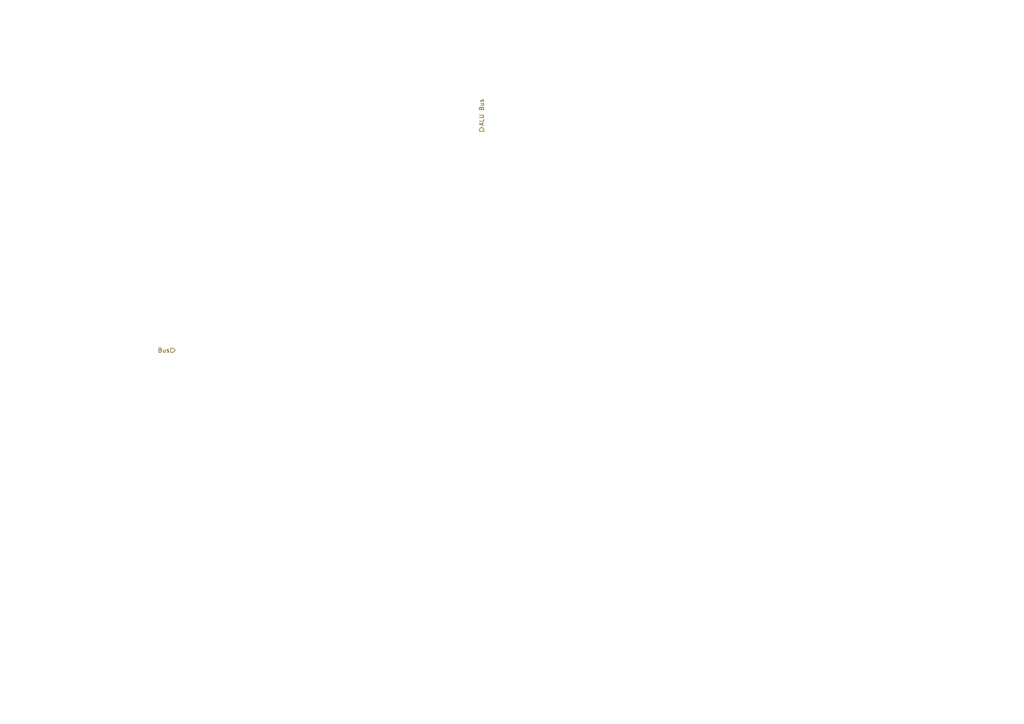
<source format=kicad_sch>
(kicad_sch (version 20211123) (generator eeschema)
  (paper "A4")
  (lib_symbols)
  (hierarchical_label "Bus" (shape input) (at 50.8 101.6 180))
  (hierarchical_label "ALU Bus" (shape output) (at 139.7 38.1 90))
)
</source>
